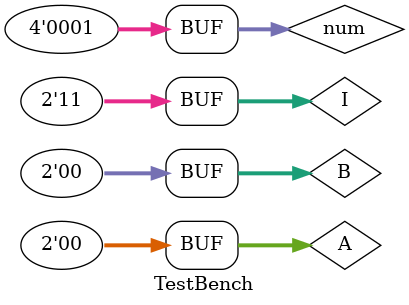
<source format=v>
module TestBench;

	reg [1:0] A;
	reg [1:0] B;
	reg [1:0] I;
	wire [1:0] F;
	
	reg [3:0] num;
	

	Structural1 struct_inst (
		.A(A),
		.B(B),
		.I(I),
		.F(F)
	);
	
	
	initial begin
	
		num = 4'h0;
	
		
		A = num[3:2];
		B = num[1:0];
	
		I = 2'b00;
		#5;
		I = 2'b01;
		#5;
		I = 2'b10;
		#5;
		I = 2'b11;
		#5;
		
		num = num + 1;
			
	end
endmodule
</source>
